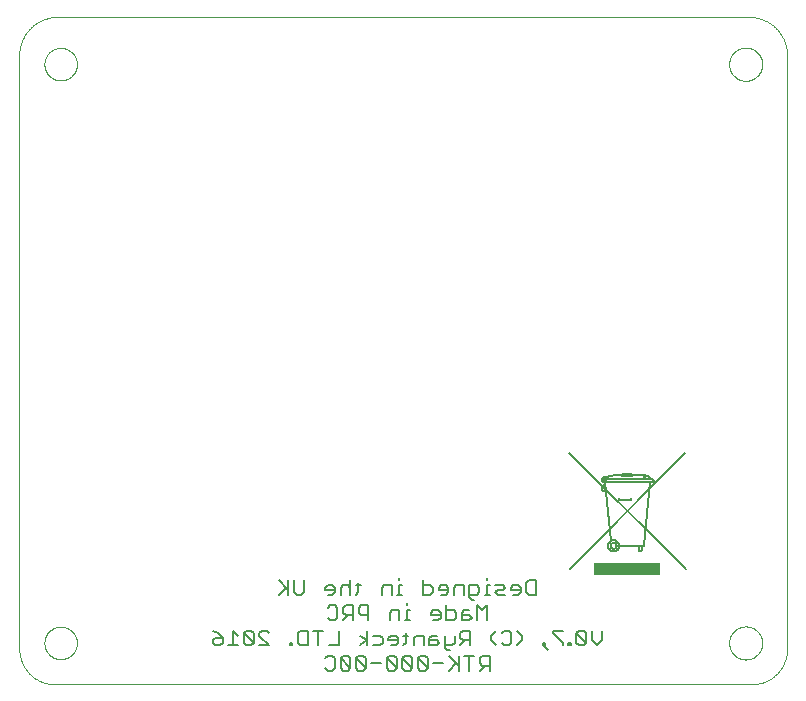
<source format=gbo>
G75*
%MOIN*%
%OFA0B0*%
%FSLAX25Y25*%
%IPPOS*%
%LPD*%
%AMOC8*
5,1,8,0,0,1.08239X$1,22.5*
%
%ADD10C,0.00000*%
%ADD11C,0.00700*%
%ADD12R,0.22441X0.03937*%
%ADD13C,0.00570*%
D10*
X0017548Y0028572D02*
X0249831Y0028572D01*
X0250116Y0028575D01*
X0250402Y0028586D01*
X0250687Y0028603D01*
X0250971Y0028627D01*
X0251255Y0028658D01*
X0251538Y0028696D01*
X0251819Y0028741D01*
X0252100Y0028792D01*
X0252380Y0028850D01*
X0252658Y0028915D01*
X0252934Y0028987D01*
X0253208Y0029065D01*
X0253481Y0029150D01*
X0253751Y0029242D01*
X0254019Y0029340D01*
X0254285Y0029444D01*
X0254548Y0029555D01*
X0254808Y0029672D01*
X0255066Y0029795D01*
X0255320Y0029925D01*
X0255571Y0030061D01*
X0255819Y0030202D01*
X0256063Y0030350D01*
X0256304Y0030503D01*
X0256540Y0030663D01*
X0256773Y0030828D01*
X0257002Y0030998D01*
X0257227Y0031174D01*
X0257447Y0031356D01*
X0257663Y0031542D01*
X0257874Y0031734D01*
X0258081Y0031931D01*
X0258283Y0032133D01*
X0258480Y0032340D01*
X0258672Y0032551D01*
X0258858Y0032767D01*
X0259040Y0032987D01*
X0259216Y0033212D01*
X0259386Y0033441D01*
X0259551Y0033674D01*
X0259711Y0033910D01*
X0259864Y0034151D01*
X0260012Y0034395D01*
X0260153Y0034643D01*
X0260289Y0034894D01*
X0260419Y0035148D01*
X0260542Y0035406D01*
X0260659Y0035666D01*
X0260770Y0035929D01*
X0260874Y0036195D01*
X0260972Y0036463D01*
X0261064Y0036733D01*
X0261149Y0037006D01*
X0261227Y0037280D01*
X0261299Y0037556D01*
X0261364Y0037834D01*
X0261422Y0038114D01*
X0261473Y0038395D01*
X0261518Y0038676D01*
X0261556Y0038959D01*
X0261587Y0039243D01*
X0261611Y0039527D01*
X0261628Y0039812D01*
X0261639Y0040098D01*
X0261642Y0040383D01*
X0261643Y0040383D02*
X0261643Y0237233D01*
X0261642Y0237233D02*
X0261662Y0237542D01*
X0261675Y0237852D01*
X0261680Y0238162D01*
X0261677Y0238472D01*
X0261668Y0238782D01*
X0261650Y0239092D01*
X0261625Y0239401D01*
X0261593Y0239709D01*
X0261553Y0240017D01*
X0261506Y0240323D01*
X0261451Y0240629D01*
X0261389Y0240933D01*
X0261320Y0241235D01*
X0261244Y0241535D01*
X0261160Y0241834D01*
X0261069Y0242130D01*
X0260971Y0242425D01*
X0260865Y0242716D01*
X0260753Y0243005D01*
X0260634Y0243292D01*
X0260508Y0243575D01*
X0260375Y0243855D01*
X0260235Y0244132D01*
X0260089Y0244406D01*
X0259936Y0244675D01*
X0259777Y0244942D01*
X0259611Y0245204D01*
X0259439Y0245462D01*
X0259261Y0245716D01*
X0259077Y0245965D01*
X0258887Y0246210D01*
X0258691Y0246450D01*
X0258489Y0246686D01*
X0258281Y0246916D01*
X0258069Y0247142D01*
X0257850Y0247362D01*
X0257627Y0247577D01*
X0257398Y0247786D01*
X0257164Y0247990D01*
X0256926Y0248188D01*
X0256682Y0248380D01*
X0256434Y0248567D01*
X0256182Y0248747D01*
X0255925Y0248921D01*
X0255665Y0249089D01*
X0255400Y0249251D01*
X0255131Y0249406D01*
X0254859Y0249554D01*
X0254584Y0249696D01*
X0254305Y0249832D01*
X0254022Y0249960D01*
X0253737Y0250082D01*
X0253449Y0250197D01*
X0253158Y0250304D01*
X0252865Y0250405D01*
X0252569Y0250498D01*
X0252271Y0250585D01*
X0251971Y0250664D01*
X0251670Y0250736D01*
X0251366Y0250800D01*
X0251062Y0250857D01*
X0250755Y0250907D01*
X0250448Y0250950D01*
X0250140Y0250985D01*
X0249831Y0251012D01*
X0249831Y0251013D02*
X0017548Y0251013D01*
X0017548Y0251012D02*
X0017239Y0250985D01*
X0016931Y0250950D01*
X0016624Y0250907D01*
X0016317Y0250857D01*
X0016013Y0250800D01*
X0015709Y0250736D01*
X0015408Y0250664D01*
X0015108Y0250585D01*
X0014810Y0250498D01*
X0014514Y0250405D01*
X0014221Y0250304D01*
X0013930Y0250197D01*
X0013642Y0250082D01*
X0013357Y0249960D01*
X0013074Y0249832D01*
X0012795Y0249696D01*
X0012520Y0249554D01*
X0012248Y0249406D01*
X0011979Y0249251D01*
X0011714Y0249089D01*
X0011454Y0248921D01*
X0011197Y0248747D01*
X0010945Y0248567D01*
X0010697Y0248380D01*
X0010453Y0248188D01*
X0010215Y0247990D01*
X0009981Y0247786D01*
X0009752Y0247577D01*
X0009529Y0247362D01*
X0009310Y0247142D01*
X0009098Y0246916D01*
X0008890Y0246686D01*
X0008688Y0246450D01*
X0008492Y0246210D01*
X0008302Y0245965D01*
X0008118Y0245716D01*
X0007940Y0245462D01*
X0007768Y0245204D01*
X0007602Y0244942D01*
X0007443Y0244675D01*
X0007290Y0244406D01*
X0007144Y0244132D01*
X0007004Y0243855D01*
X0006871Y0243575D01*
X0006745Y0243292D01*
X0006626Y0243005D01*
X0006514Y0242716D01*
X0006408Y0242425D01*
X0006310Y0242130D01*
X0006219Y0241834D01*
X0006135Y0241535D01*
X0006059Y0241235D01*
X0005990Y0240933D01*
X0005928Y0240629D01*
X0005873Y0240323D01*
X0005826Y0240017D01*
X0005786Y0239709D01*
X0005754Y0239401D01*
X0005729Y0239092D01*
X0005711Y0238782D01*
X0005702Y0238472D01*
X0005699Y0238162D01*
X0005704Y0237852D01*
X0005717Y0237542D01*
X0005737Y0237233D01*
X0005737Y0040383D01*
X0005740Y0040098D01*
X0005751Y0039812D01*
X0005768Y0039527D01*
X0005792Y0039243D01*
X0005823Y0038959D01*
X0005861Y0038676D01*
X0005906Y0038395D01*
X0005957Y0038114D01*
X0006015Y0037834D01*
X0006080Y0037556D01*
X0006152Y0037280D01*
X0006230Y0037006D01*
X0006315Y0036733D01*
X0006407Y0036463D01*
X0006505Y0036195D01*
X0006609Y0035929D01*
X0006720Y0035666D01*
X0006837Y0035406D01*
X0006960Y0035148D01*
X0007090Y0034894D01*
X0007226Y0034643D01*
X0007367Y0034395D01*
X0007515Y0034151D01*
X0007668Y0033910D01*
X0007828Y0033674D01*
X0007993Y0033441D01*
X0008163Y0033212D01*
X0008339Y0032987D01*
X0008521Y0032767D01*
X0008707Y0032551D01*
X0008899Y0032340D01*
X0009096Y0032133D01*
X0009298Y0031931D01*
X0009505Y0031734D01*
X0009716Y0031542D01*
X0009932Y0031356D01*
X0010152Y0031174D01*
X0010377Y0030998D01*
X0010606Y0030828D01*
X0010839Y0030663D01*
X0011075Y0030503D01*
X0011316Y0030350D01*
X0011560Y0030202D01*
X0011808Y0030061D01*
X0012059Y0029925D01*
X0012313Y0029795D01*
X0012571Y0029672D01*
X0012831Y0029555D01*
X0013094Y0029444D01*
X0013360Y0029340D01*
X0013628Y0029242D01*
X0013898Y0029150D01*
X0014171Y0029065D01*
X0014445Y0028987D01*
X0014721Y0028915D01*
X0014999Y0028850D01*
X0015279Y0028792D01*
X0015560Y0028741D01*
X0015841Y0028696D01*
X0016124Y0028658D01*
X0016408Y0028627D01*
X0016692Y0028603D01*
X0016977Y0028586D01*
X0017263Y0028575D01*
X0017548Y0028572D01*
X0014104Y0042351D02*
X0014106Y0042498D01*
X0014112Y0042644D01*
X0014122Y0042790D01*
X0014136Y0042936D01*
X0014154Y0043082D01*
X0014175Y0043227D01*
X0014201Y0043371D01*
X0014231Y0043515D01*
X0014264Y0043657D01*
X0014301Y0043799D01*
X0014342Y0043940D01*
X0014387Y0044079D01*
X0014436Y0044218D01*
X0014488Y0044355D01*
X0014545Y0044490D01*
X0014604Y0044624D01*
X0014668Y0044756D01*
X0014735Y0044886D01*
X0014805Y0045015D01*
X0014879Y0045142D01*
X0014956Y0045266D01*
X0015037Y0045389D01*
X0015121Y0045509D01*
X0015208Y0045627D01*
X0015298Y0045742D01*
X0015391Y0045855D01*
X0015488Y0045966D01*
X0015587Y0046074D01*
X0015689Y0046179D01*
X0015794Y0046281D01*
X0015902Y0046380D01*
X0016013Y0046477D01*
X0016126Y0046570D01*
X0016241Y0046660D01*
X0016359Y0046747D01*
X0016479Y0046831D01*
X0016602Y0046912D01*
X0016726Y0046989D01*
X0016853Y0047063D01*
X0016982Y0047133D01*
X0017112Y0047200D01*
X0017244Y0047264D01*
X0017378Y0047323D01*
X0017513Y0047380D01*
X0017650Y0047432D01*
X0017789Y0047481D01*
X0017928Y0047526D01*
X0018069Y0047567D01*
X0018211Y0047604D01*
X0018353Y0047637D01*
X0018497Y0047667D01*
X0018641Y0047693D01*
X0018786Y0047714D01*
X0018932Y0047732D01*
X0019078Y0047746D01*
X0019224Y0047756D01*
X0019370Y0047762D01*
X0019517Y0047764D01*
X0019664Y0047762D01*
X0019810Y0047756D01*
X0019956Y0047746D01*
X0020102Y0047732D01*
X0020248Y0047714D01*
X0020393Y0047693D01*
X0020537Y0047667D01*
X0020681Y0047637D01*
X0020823Y0047604D01*
X0020965Y0047567D01*
X0021106Y0047526D01*
X0021245Y0047481D01*
X0021384Y0047432D01*
X0021521Y0047380D01*
X0021656Y0047323D01*
X0021790Y0047264D01*
X0021922Y0047200D01*
X0022052Y0047133D01*
X0022181Y0047063D01*
X0022308Y0046989D01*
X0022432Y0046912D01*
X0022555Y0046831D01*
X0022675Y0046747D01*
X0022793Y0046660D01*
X0022908Y0046570D01*
X0023021Y0046477D01*
X0023132Y0046380D01*
X0023240Y0046281D01*
X0023345Y0046179D01*
X0023447Y0046074D01*
X0023546Y0045966D01*
X0023643Y0045855D01*
X0023736Y0045742D01*
X0023826Y0045627D01*
X0023913Y0045509D01*
X0023997Y0045389D01*
X0024078Y0045266D01*
X0024155Y0045142D01*
X0024229Y0045015D01*
X0024299Y0044886D01*
X0024366Y0044756D01*
X0024430Y0044624D01*
X0024489Y0044490D01*
X0024546Y0044355D01*
X0024598Y0044218D01*
X0024647Y0044079D01*
X0024692Y0043940D01*
X0024733Y0043799D01*
X0024770Y0043657D01*
X0024803Y0043515D01*
X0024833Y0043371D01*
X0024859Y0043227D01*
X0024880Y0043082D01*
X0024898Y0042936D01*
X0024912Y0042790D01*
X0024922Y0042644D01*
X0024928Y0042498D01*
X0024930Y0042351D01*
X0024928Y0042204D01*
X0024922Y0042058D01*
X0024912Y0041912D01*
X0024898Y0041766D01*
X0024880Y0041620D01*
X0024859Y0041475D01*
X0024833Y0041331D01*
X0024803Y0041187D01*
X0024770Y0041045D01*
X0024733Y0040903D01*
X0024692Y0040762D01*
X0024647Y0040623D01*
X0024598Y0040484D01*
X0024546Y0040347D01*
X0024489Y0040212D01*
X0024430Y0040078D01*
X0024366Y0039946D01*
X0024299Y0039816D01*
X0024229Y0039687D01*
X0024155Y0039560D01*
X0024078Y0039436D01*
X0023997Y0039313D01*
X0023913Y0039193D01*
X0023826Y0039075D01*
X0023736Y0038960D01*
X0023643Y0038847D01*
X0023546Y0038736D01*
X0023447Y0038628D01*
X0023345Y0038523D01*
X0023240Y0038421D01*
X0023132Y0038322D01*
X0023021Y0038225D01*
X0022908Y0038132D01*
X0022793Y0038042D01*
X0022675Y0037955D01*
X0022555Y0037871D01*
X0022432Y0037790D01*
X0022308Y0037713D01*
X0022181Y0037639D01*
X0022052Y0037569D01*
X0021922Y0037502D01*
X0021790Y0037438D01*
X0021656Y0037379D01*
X0021521Y0037322D01*
X0021384Y0037270D01*
X0021245Y0037221D01*
X0021106Y0037176D01*
X0020965Y0037135D01*
X0020823Y0037098D01*
X0020681Y0037065D01*
X0020537Y0037035D01*
X0020393Y0037009D01*
X0020248Y0036988D01*
X0020102Y0036970D01*
X0019956Y0036956D01*
X0019810Y0036946D01*
X0019664Y0036940D01*
X0019517Y0036938D01*
X0019370Y0036940D01*
X0019224Y0036946D01*
X0019078Y0036956D01*
X0018932Y0036970D01*
X0018786Y0036988D01*
X0018641Y0037009D01*
X0018497Y0037035D01*
X0018353Y0037065D01*
X0018211Y0037098D01*
X0018069Y0037135D01*
X0017928Y0037176D01*
X0017789Y0037221D01*
X0017650Y0037270D01*
X0017513Y0037322D01*
X0017378Y0037379D01*
X0017244Y0037438D01*
X0017112Y0037502D01*
X0016982Y0037569D01*
X0016853Y0037639D01*
X0016726Y0037713D01*
X0016602Y0037790D01*
X0016479Y0037871D01*
X0016359Y0037955D01*
X0016241Y0038042D01*
X0016126Y0038132D01*
X0016013Y0038225D01*
X0015902Y0038322D01*
X0015794Y0038421D01*
X0015689Y0038523D01*
X0015587Y0038628D01*
X0015488Y0038736D01*
X0015391Y0038847D01*
X0015298Y0038960D01*
X0015208Y0039075D01*
X0015121Y0039193D01*
X0015037Y0039313D01*
X0014956Y0039436D01*
X0014879Y0039560D01*
X0014805Y0039687D01*
X0014735Y0039816D01*
X0014668Y0039946D01*
X0014604Y0040078D01*
X0014545Y0040212D01*
X0014488Y0040347D01*
X0014436Y0040484D01*
X0014387Y0040623D01*
X0014342Y0040762D01*
X0014301Y0040903D01*
X0014264Y0041045D01*
X0014231Y0041187D01*
X0014201Y0041331D01*
X0014175Y0041475D01*
X0014154Y0041620D01*
X0014136Y0041766D01*
X0014122Y0041912D01*
X0014112Y0042058D01*
X0014106Y0042204D01*
X0014104Y0042351D01*
X0014104Y0235265D02*
X0014106Y0235412D01*
X0014112Y0235558D01*
X0014122Y0235704D01*
X0014136Y0235850D01*
X0014154Y0235996D01*
X0014175Y0236141D01*
X0014201Y0236285D01*
X0014231Y0236429D01*
X0014264Y0236571D01*
X0014301Y0236713D01*
X0014342Y0236854D01*
X0014387Y0236993D01*
X0014436Y0237132D01*
X0014488Y0237269D01*
X0014545Y0237404D01*
X0014604Y0237538D01*
X0014668Y0237670D01*
X0014735Y0237800D01*
X0014805Y0237929D01*
X0014879Y0238056D01*
X0014956Y0238180D01*
X0015037Y0238303D01*
X0015121Y0238423D01*
X0015208Y0238541D01*
X0015298Y0238656D01*
X0015391Y0238769D01*
X0015488Y0238880D01*
X0015587Y0238988D01*
X0015689Y0239093D01*
X0015794Y0239195D01*
X0015902Y0239294D01*
X0016013Y0239391D01*
X0016126Y0239484D01*
X0016241Y0239574D01*
X0016359Y0239661D01*
X0016479Y0239745D01*
X0016602Y0239826D01*
X0016726Y0239903D01*
X0016853Y0239977D01*
X0016982Y0240047D01*
X0017112Y0240114D01*
X0017244Y0240178D01*
X0017378Y0240237D01*
X0017513Y0240294D01*
X0017650Y0240346D01*
X0017789Y0240395D01*
X0017928Y0240440D01*
X0018069Y0240481D01*
X0018211Y0240518D01*
X0018353Y0240551D01*
X0018497Y0240581D01*
X0018641Y0240607D01*
X0018786Y0240628D01*
X0018932Y0240646D01*
X0019078Y0240660D01*
X0019224Y0240670D01*
X0019370Y0240676D01*
X0019517Y0240678D01*
X0019664Y0240676D01*
X0019810Y0240670D01*
X0019956Y0240660D01*
X0020102Y0240646D01*
X0020248Y0240628D01*
X0020393Y0240607D01*
X0020537Y0240581D01*
X0020681Y0240551D01*
X0020823Y0240518D01*
X0020965Y0240481D01*
X0021106Y0240440D01*
X0021245Y0240395D01*
X0021384Y0240346D01*
X0021521Y0240294D01*
X0021656Y0240237D01*
X0021790Y0240178D01*
X0021922Y0240114D01*
X0022052Y0240047D01*
X0022181Y0239977D01*
X0022308Y0239903D01*
X0022432Y0239826D01*
X0022555Y0239745D01*
X0022675Y0239661D01*
X0022793Y0239574D01*
X0022908Y0239484D01*
X0023021Y0239391D01*
X0023132Y0239294D01*
X0023240Y0239195D01*
X0023345Y0239093D01*
X0023447Y0238988D01*
X0023546Y0238880D01*
X0023643Y0238769D01*
X0023736Y0238656D01*
X0023826Y0238541D01*
X0023913Y0238423D01*
X0023997Y0238303D01*
X0024078Y0238180D01*
X0024155Y0238056D01*
X0024229Y0237929D01*
X0024299Y0237800D01*
X0024366Y0237670D01*
X0024430Y0237538D01*
X0024489Y0237404D01*
X0024546Y0237269D01*
X0024598Y0237132D01*
X0024647Y0236993D01*
X0024692Y0236854D01*
X0024733Y0236713D01*
X0024770Y0236571D01*
X0024803Y0236429D01*
X0024833Y0236285D01*
X0024859Y0236141D01*
X0024880Y0235996D01*
X0024898Y0235850D01*
X0024912Y0235704D01*
X0024922Y0235558D01*
X0024928Y0235412D01*
X0024930Y0235265D01*
X0024928Y0235118D01*
X0024922Y0234972D01*
X0024912Y0234826D01*
X0024898Y0234680D01*
X0024880Y0234534D01*
X0024859Y0234389D01*
X0024833Y0234245D01*
X0024803Y0234101D01*
X0024770Y0233959D01*
X0024733Y0233817D01*
X0024692Y0233676D01*
X0024647Y0233537D01*
X0024598Y0233398D01*
X0024546Y0233261D01*
X0024489Y0233126D01*
X0024430Y0232992D01*
X0024366Y0232860D01*
X0024299Y0232730D01*
X0024229Y0232601D01*
X0024155Y0232474D01*
X0024078Y0232350D01*
X0023997Y0232227D01*
X0023913Y0232107D01*
X0023826Y0231989D01*
X0023736Y0231874D01*
X0023643Y0231761D01*
X0023546Y0231650D01*
X0023447Y0231542D01*
X0023345Y0231437D01*
X0023240Y0231335D01*
X0023132Y0231236D01*
X0023021Y0231139D01*
X0022908Y0231046D01*
X0022793Y0230956D01*
X0022675Y0230869D01*
X0022555Y0230785D01*
X0022432Y0230704D01*
X0022308Y0230627D01*
X0022181Y0230553D01*
X0022052Y0230483D01*
X0021922Y0230416D01*
X0021790Y0230352D01*
X0021656Y0230293D01*
X0021521Y0230236D01*
X0021384Y0230184D01*
X0021245Y0230135D01*
X0021106Y0230090D01*
X0020965Y0230049D01*
X0020823Y0230012D01*
X0020681Y0229979D01*
X0020537Y0229949D01*
X0020393Y0229923D01*
X0020248Y0229902D01*
X0020102Y0229884D01*
X0019956Y0229870D01*
X0019810Y0229860D01*
X0019664Y0229854D01*
X0019517Y0229852D01*
X0019370Y0229854D01*
X0019224Y0229860D01*
X0019078Y0229870D01*
X0018932Y0229884D01*
X0018786Y0229902D01*
X0018641Y0229923D01*
X0018497Y0229949D01*
X0018353Y0229979D01*
X0018211Y0230012D01*
X0018069Y0230049D01*
X0017928Y0230090D01*
X0017789Y0230135D01*
X0017650Y0230184D01*
X0017513Y0230236D01*
X0017378Y0230293D01*
X0017244Y0230352D01*
X0017112Y0230416D01*
X0016982Y0230483D01*
X0016853Y0230553D01*
X0016726Y0230627D01*
X0016602Y0230704D01*
X0016479Y0230785D01*
X0016359Y0230869D01*
X0016241Y0230956D01*
X0016126Y0231046D01*
X0016013Y0231139D01*
X0015902Y0231236D01*
X0015794Y0231335D01*
X0015689Y0231437D01*
X0015587Y0231542D01*
X0015488Y0231650D01*
X0015391Y0231761D01*
X0015298Y0231874D01*
X0015208Y0231989D01*
X0015121Y0232107D01*
X0015037Y0232227D01*
X0014956Y0232350D01*
X0014879Y0232474D01*
X0014805Y0232601D01*
X0014735Y0232730D01*
X0014668Y0232860D01*
X0014604Y0232992D01*
X0014545Y0233126D01*
X0014488Y0233261D01*
X0014436Y0233398D01*
X0014387Y0233537D01*
X0014342Y0233676D01*
X0014301Y0233817D01*
X0014264Y0233959D01*
X0014231Y0234101D01*
X0014201Y0234245D01*
X0014175Y0234389D01*
X0014154Y0234534D01*
X0014136Y0234680D01*
X0014122Y0234826D01*
X0014112Y0234972D01*
X0014106Y0235118D01*
X0014104Y0235265D01*
X0242351Y0235265D02*
X0242353Y0235413D01*
X0242359Y0235561D01*
X0242369Y0235709D01*
X0242383Y0235856D01*
X0242401Y0236003D01*
X0242422Y0236149D01*
X0242448Y0236295D01*
X0242478Y0236440D01*
X0242511Y0236584D01*
X0242549Y0236727D01*
X0242590Y0236869D01*
X0242635Y0237010D01*
X0242683Y0237150D01*
X0242736Y0237289D01*
X0242792Y0237426D01*
X0242852Y0237561D01*
X0242915Y0237695D01*
X0242982Y0237827D01*
X0243053Y0237957D01*
X0243127Y0238085D01*
X0243204Y0238211D01*
X0243285Y0238335D01*
X0243369Y0238457D01*
X0243456Y0238576D01*
X0243547Y0238693D01*
X0243641Y0238808D01*
X0243737Y0238920D01*
X0243837Y0239030D01*
X0243939Y0239136D01*
X0244045Y0239240D01*
X0244153Y0239341D01*
X0244264Y0239439D01*
X0244377Y0239535D01*
X0244493Y0239627D01*
X0244611Y0239716D01*
X0244732Y0239801D01*
X0244855Y0239884D01*
X0244980Y0239963D01*
X0245107Y0240039D01*
X0245236Y0240111D01*
X0245367Y0240180D01*
X0245500Y0240245D01*
X0245635Y0240306D01*
X0245771Y0240364D01*
X0245908Y0240419D01*
X0246047Y0240469D01*
X0246188Y0240516D01*
X0246329Y0240559D01*
X0246472Y0240599D01*
X0246616Y0240634D01*
X0246760Y0240666D01*
X0246906Y0240693D01*
X0247052Y0240717D01*
X0247199Y0240737D01*
X0247346Y0240753D01*
X0247493Y0240765D01*
X0247641Y0240773D01*
X0247789Y0240777D01*
X0247937Y0240777D01*
X0248085Y0240773D01*
X0248233Y0240765D01*
X0248380Y0240753D01*
X0248527Y0240737D01*
X0248674Y0240717D01*
X0248820Y0240693D01*
X0248966Y0240666D01*
X0249110Y0240634D01*
X0249254Y0240599D01*
X0249397Y0240559D01*
X0249538Y0240516D01*
X0249679Y0240469D01*
X0249818Y0240419D01*
X0249955Y0240364D01*
X0250091Y0240306D01*
X0250226Y0240245D01*
X0250359Y0240180D01*
X0250490Y0240111D01*
X0250619Y0240039D01*
X0250746Y0239963D01*
X0250871Y0239884D01*
X0250994Y0239801D01*
X0251115Y0239716D01*
X0251233Y0239627D01*
X0251349Y0239535D01*
X0251462Y0239439D01*
X0251573Y0239341D01*
X0251681Y0239240D01*
X0251787Y0239136D01*
X0251889Y0239030D01*
X0251989Y0238920D01*
X0252085Y0238808D01*
X0252179Y0238693D01*
X0252270Y0238576D01*
X0252357Y0238457D01*
X0252441Y0238335D01*
X0252522Y0238211D01*
X0252599Y0238085D01*
X0252673Y0237957D01*
X0252744Y0237827D01*
X0252811Y0237695D01*
X0252874Y0237561D01*
X0252934Y0237426D01*
X0252990Y0237289D01*
X0253043Y0237150D01*
X0253091Y0237010D01*
X0253136Y0236869D01*
X0253177Y0236727D01*
X0253215Y0236584D01*
X0253248Y0236440D01*
X0253278Y0236295D01*
X0253304Y0236149D01*
X0253325Y0236003D01*
X0253343Y0235856D01*
X0253357Y0235709D01*
X0253367Y0235561D01*
X0253373Y0235413D01*
X0253375Y0235265D01*
X0253373Y0235117D01*
X0253367Y0234969D01*
X0253357Y0234821D01*
X0253343Y0234674D01*
X0253325Y0234527D01*
X0253304Y0234381D01*
X0253278Y0234235D01*
X0253248Y0234090D01*
X0253215Y0233946D01*
X0253177Y0233803D01*
X0253136Y0233661D01*
X0253091Y0233520D01*
X0253043Y0233380D01*
X0252990Y0233241D01*
X0252934Y0233104D01*
X0252874Y0232969D01*
X0252811Y0232835D01*
X0252744Y0232703D01*
X0252673Y0232573D01*
X0252599Y0232445D01*
X0252522Y0232319D01*
X0252441Y0232195D01*
X0252357Y0232073D01*
X0252270Y0231954D01*
X0252179Y0231837D01*
X0252085Y0231722D01*
X0251989Y0231610D01*
X0251889Y0231500D01*
X0251787Y0231394D01*
X0251681Y0231290D01*
X0251573Y0231189D01*
X0251462Y0231091D01*
X0251349Y0230995D01*
X0251233Y0230903D01*
X0251115Y0230814D01*
X0250994Y0230729D01*
X0250871Y0230646D01*
X0250746Y0230567D01*
X0250619Y0230491D01*
X0250490Y0230419D01*
X0250359Y0230350D01*
X0250226Y0230285D01*
X0250091Y0230224D01*
X0249955Y0230166D01*
X0249818Y0230111D01*
X0249679Y0230061D01*
X0249538Y0230014D01*
X0249397Y0229971D01*
X0249254Y0229931D01*
X0249110Y0229896D01*
X0248966Y0229864D01*
X0248820Y0229837D01*
X0248674Y0229813D01*
X0248527Y0229793D01*
X0248380Y0229777D01*
X0248233Y0229765D01*
X0248085Y0229757D01*
X0247937Y0229753D01*
X0247789Y0229753D01*
X0247641Y0229757D01*
X0247493Y0229765D01*
X0247346Y0229777D01*
X0247199Y0229793D01*
X0247052Y0229813D01*
X0246906Y0229837D01*
X0246760Y0229864D01*
X0246616Y0229896D01*
X0246472Y0229931D01*
X0246329Y0229971D01*
X0246188Y0230014D01*
X0246047Y0230061D01*
X0245908Y0230111D01*
X0245771Y0230166D01*
X0245635Y0230224D01*
X0245500Y0230285D01*
X0245367Y0230350D01*
X0245236Y0230419D01*
X0245107Y0230491D01*
X0244980Y0230567D01*
X0244855Y0230646D01*
X0244732Y0230729D01*
X0244611Y0230814D01*
X0244493Y0230903D01*
X0244377Y0230995D01*
X0244264Y0231091D01*
X0244153Y0231189D01*
X0244045Y0231290D01*
X0243939Y0231394D01*
X0243837Y0231500D01*
X0243737Y0231610D01*
X0243641Y0231722D01*
X0243547Y0231837D01*
X0243456Y0231954D01*
X0243369Y0232073D01*
X0243285Y0232195D01*
X0243204Y0232319D01*
X0243127Y0232445D01*
X0243053Y0232573D01*
X0242982Y0232703D01*
X0242915Y0232835D01*
X0242852Y0232969D01*
X0242792Y0233104D01*
X0242736Y0233241D01*
X0242683Y0233380D01*
X0242635Y0233520D01*
X0242590Y0233661D01*
X0242549Y0233803D01*
X0242511Y0233946D01*
X0242478Y0234090D01*
X0242448Y0234235D01*
X0242422Y0234381D01*
X0242401Y0234527D01*
X0242383Y0234674D01*
X0242369Y0234821D01*
X0242359Y0234969D01*
X0242353Y0235117D01*
X0242351Y0235265D01*
X0242351Y0042351D02*
X0242353Y0042499D01*
X0242359Y0042647D01*
X0242369Y0042795D01*
X0242383Y0042942D01*
X0242401Y0043089D01*
X0242422Y0043235D01*
X0242448Y0043381D01*
X0242478Y0043526D01*
X0242511Y0043670D01*
X0242549Y0043813D01*
X0242590Y0043955D01*
X0242635Y0044096D01*
X0242683Y0044236D01*
X0242736Y0044375D01*
X0242792Y0044512D01*
X0242852Y0044647D01*
X0242915Y0044781D01*
X0242982Y0044913D01*
X0243053Y0045043D01*
X0243127Y0045171D01*
X0243204Y0045297D01*
X0243285Y0045421D01*
X0243369Y0045543D01*
X0243456Y0045662D01*
X0243547Y0045779D01*
X0243641Y0045894D01*
X0243737Y0046006D01*
X0243837Y0046116D01*
X0243939Y0046222D01*
X0244045Y0046326D01*
X0244153Y0046427D01*
X0244264Y0046525D01*
X0244377Y0046621D01*
X0244493Y0046713D01*
X0244611Y0046802D01*
X0244732Y0046887D01*
X0244855Y0046970D01*
X0244980Y0047049D01*
X0245107Y0047125D01*
X0245236Y0047197D01*
X0245367Y0047266D01*
X0245500Y0047331D01*
X0245635Y0047392D01*
X0245771Y0047450D01*
X0245908Y0047505D01*
X0246047Y0047555D01*
X0246188Y0047602D01*
X0246329Y0047645D01*
X0246472Y0047685D01*
X0246616Y0047720D01*
X0246760Y0047752D01*
X0246906Y0047779D01*
X0247052Y0047803D01*
X0247199Y0047823D01*
X0247346Y0047839D01*
X0247493Y0047851D01*
X0247641Y0047859D01*
X0247789Y0047863D01*
X0247937Y0047863D01*
X0248085Y0047859D01*
X0248233Y0047851D01*
X0248380Y0047839D01*
X0248527Y0047823D01*
X0248674Y0047803D01*
X0248820Y0047779D01*
X0248966Y0047752D01*
X0249110Y0047720D01*
X0249254Y0047685D01*
X0249397Y0047645D01*
X0249538Y0047602D01*
X0249679Y0047555D01*
X0249818Y0047505D01*
X0249955Y0047450D01*
X0250091Y0047392D01*
X0250226Y0047331D01*
X0250359Y0047266D01*
X0250490Y0047197D01*
X0250619Y0047125D01*
X0250746Y0047049D01*
X0250871Y0046970D01*
X0250994Y0046887D01*
X0251115Y0046802D01*
X0251233Y0046713D01*
X0251349Y0046621D01*
X0251462Y0046525D01*
X0251573Y0046427D01*
X0251681Y0046326D01*
X0251787Y0046222D01*
X0251889Y0046116D01*
X0251989Y0046006D01*
X0252085Y0045894D01*
X0252179Y0045779D01*
X0252270Y0045662D01*
X0252357Y0045543D01*
X0252441Y0045421D01*
X0252522Y0045297D01*
X0252599Y0045171D01*
X0252673Y0045043D01*
X0252744Y0044913D01*
X0252811Y0044781D01*
X0252874Y0044647D01*
X0252934Y0044512D01*
X0252990Y0044375D01*
X0253043Y0044236D01*
X0253091Y0044096D01*
X0253136Y0043955D01*
X0253177Y0043813D01*
X0253215Y0043670D01*
X0253248Y0043526D01*
X0253278Y0043381D01*
X0253304Y0043235D01*
X0253325Y0043089D01*
X0253343Y0042942D01*
X0253357Y0042795D01*
X0253367Y0042647D01*
X0253373Y0042499D01*
X0253375Y0042351D01*
X0253373Y0042203D01*
X0253367Y0042055D01*
X0253357Y0041907D01*
X0253343Y0041760D01*
X0253325Y0041613D01*
X0253304Y0041467D01*
X0253278Y0041321D01*
X0253248Y0041176D01*
X0253215Y0041032D01*
X0253177Y0040889D01*
X0253136Y0040747D01*
X0253091Y0040606D01*
X0253043Y0040466D01*
X0252990Y0040327D01*
X0252934Y0040190D01*
X0252874Y0040055D01*
X0252811Y0039921D01*
X0252744Y0039789D01*
X0252673Y0039659D01*
X0252599Y0039531D01*
X0252522Y0039405D01*
X0252441Y0039281D01*
X0252357Y0039159D01*
X0252270Y0039040D01*
X0252179Y0038923D01*
X0252085Y0038808D01*
X0251989Y0038696D01*
X0251889Y0038586D01*
X0251787Y0038480D01*
X0251681Y0038376D01*
X0251573Y0038275D01*
X0251462Y0038177D01*
X0251349Y0038081D01*
X0251233Y0037989D01*
X0251115Y0037900D01*
X0250994Y0037815D01*
X0250871Y0037732D01*
X0250746Y0037653D01*
X0250619Y0037577D01*
X0250490Y0037505D01*
X0250359Y0037436D01*
X0250226Y0037371D01*
X0250091Y0037310D01*
X0249955Y0037252D01*
X0249818Y0037197D01*
X0249679Y0037147D01*
X0249538Y0037100D01*
X0249397Y0037057D01*
X0249254Y0037017D01*
X0249110Y0036982D01*
X0248966Y0036950D01*
X0248820Y0036923D01*
X0248674Y0036899D01*
X0248527Y0036879D01*
X0248380Y0036863D01*
X0248233Y0036851D01*
X0248085Y0036843D01*
X0247937Y0036839D01*
X0247789Y0036839D01*
X0247641Y0036843D01*
X0247493Y0036851D01*
X0247346Y0036863D01*
X0247199Y0036879D01*
X0247052Y0036899D01*
X0246906Y0036923D01*
X0246760Y0036950D01*
X0246616Y0036982D01*
X0246472Y0037017D01*
X0246329Y0037057D01*
X0246188Y0037100D01*
X0246047Y0037147D01*
X0245908Y0037197D01*
X0245771Y0037252D01*
X0245635Y0037310D01*
X0245500Y0037371D01*
X0245367Y0037436D01*
X0245236Y0037505D01*
X0245107Y0037577D01*
X0244980Y0037653D01*
X0244855Y0037732D01*
X0244732Y0037815D01*
X0244611Y0037900D01*
X0244493Y0037989D01*
X0244377Y0038081D01*
X0244264Y0038177D01*
X0244153Y0038275D01*
X0244045Y0038376D01*
X0243939Y0038480D01*
X0243837Y0038586D01*
X0243737Y0038696D01*
X0243641Y0038808D01*
X0243547Y0038923D01*
X0243456Y0039040D01*
X0243369Y0039159D01*
X0243285Y0039281D01*
X0243204Y0039405D01*
X0243127Y0039531D01*
X0243053Y0039659D01*
X0242982Y0039789D01*
X0242915Y0039921D01*
X0242852Y0040055D01*
X0242792Y0040190D01*
X0242736Y0040327D01*
X0242683Y0040466D01*
X0242635Y0040606D01*
X0242590Y0040747D01*
X0242549Y0040889D01*
X0242511Y0041032D01*
X0242478Y0041176D01*
X0242448Y0041321D01*
X0242422Y0041467D01*
X0242401Y0041613D01*
X0242383Y0041760D01*
X0242369Y0041907D01*
X0242359Y0042055D01*
X0242353Y0042203D01*
X0242351Y0042351D01*
D11*
X0199871Y0043196D02*
X0198237Y0041561D01*
X0196602Y0043196D01*
X0196602Y0046465D01*
X0194715Y0045648D02*
X0194715Y0042378D01*
X0191445Y0045648D01*
X0191445Y0042378D01*
X0192263Y0041561D01*
X0193898Y0041561D01*
X0194715Y0042378D01*
X0194715Y0045648D02*
X0193898Y0046465D01*
X0192263Y0046465D01*
X0191445Y0045648D01*
X0189559Y0042378D02*
X0188741Y0042378D01*
X0188741Y0041561D01*
X0189559Y0041561D01*
X0189559Y0042378D01*
X0186980Y0042378D02*
X0186980Y0041561D01*
X0186980Y0042378D02*
X0183711Y0045648D01*
X0183711Y0046465D01*
X0186980Y0046465D01*
X0181007Y0042378D02*
X0181007Y0041561D01*
X0180189Y0041561D01*
X0180189Y0042378D01*
X0181007Y0042378D01*
X0180189Y0041561D02*
X0181824Y0039926D01*
X0173230Y0043196D02*
X0173230Y0044830D01*
X0171595Y0046465D01*
X0169792Y0045648D02*
X0169792Y0042378D01*
X0168975Y0041561D01*
X0167340Y0041561D01*
X0166523Y0042378D01*
X0164636Y0041561D02*
X0163001Y0043196D01*
X0163001Y0044830D01*
X0164636Y0046465D01*
X0166523Y0045648D02*
X0167340Y0046465D01*
X0168975Y0046465D01*
X0169792Y0045648D01*
X0173230Y0043196D02*
X0171595Y0041561D01*
X0162487Y0038065D02*
X0162487Y0033161D01*
X0162487Y0034796D02*
X0160035Y0034796D01*
X0159218Y0035613D01*
X0159218Y0037248D01*
X0160035Y0038065D01*
X0162487Y0038065D01*
X0160853Y0034796D02*
X0159218Y0033161D01*
X0155696Y0033161D02*
X0155696Y0038065D01*
X0154062Y0038065D02*
X0157331Y0038065D01*
X0156042Y0041561D02*
X0156042Y0046465D01*
X0153590Y0046465D01*
X0152773Y0045648D01*
X0152773Y0044013D01*
X0153590Y0043196D01*
X0156042Y0043196D01*
X0154407Y0043196D02*
X0152773Y0041561D01*
X0150886Y0042378D02*
X0150068Y0041561D01*
X0147616Y0041561D01*
X0147616Y0040744D02*
X0148433Y0039926D01*
X0149251Y0039926D01*
X0147616Y0040744D02*
X0147616Y0044830D01*
X0144912Y0044830D02*
X0143277Y0044830D01*
X0142460Y0044013D01*
X0142460Y0041561D01*
X0144912Y0041561D01*
X0145729Y0042378D01*
X0144912Y0043196D01*
X0142460Y0043196D01*
X0140573Y0041561D02*
X0140573Y0044830D01*
X0138121Y0044830D01*
X0137303Y0044013D01*
X0137303Y0041561D01*
X0134599Y0042378D02*
X0133782Y0041561D01*
X0134599Y0042378D02*
X0134599Y0045648D01*
X0135416Y0044830D02*
X0133782Y0044830D01*
X0131979Y0044013D02*
X0131161Y0044830D01*
X0129527Y0044830D01*
X0128709Y0044013D01*
X0128709Y0043196D01*
X0131979Y0043196D01*
X0131979Y0044013D02*
X0131979Y0042378D01*
X0131161Y0041561D01*
X0129527Y0041561D01*
X0126822Y0042378D02*
X0126005Y0041561D01*
X0123553Y0041561D01*
X0121666Y0041561D02*
X0121666Y0046465D01*
X0123553Y0044830D02*
X0126005Y0044830D01*
X0126822Y0044013D01*
X0126822Y0042378D01*
X0129097Y0038065D02*
X0128280Y0037248D01*
X0131549Y0033978D01*
X0130732Y0033161D01*
X0129097Y0033161D01*
X0128280Y0033978D01*
X0128280Y0037248D01*
X0129097Y0038065D02*
X0130732Y0038065D01*
X0131549Y0037248D01*
X0131549Y0033978D01*
X0133436Y0033978D02*
X0134253Y0033161D01*
X0135888Y0033161D01*
X0136705Y0033978D01*
X0133436Y0037248D01*
X0133436Y0033978D01*
X0136705Y0033978D02*
X0136705Y0037248D01*
X0135888Y0038065D01*
X0134253Y0038065D01*
X0133436Y0037248D01*
X0138592Y0037248D02*
X0138592Y0033978D01*
X0139410Y0033161D01*
X0141044Y0033161D01*
X0141862Y0033978D01*
X0138592Y0037248D01*
X0139410Y0038065D01*
X0141044Y0038065D01*
X0141862Y0037248D01*
X0141862Y0033978D01*
X0143749Y0035613D02*
X0147018Y0035613D01*
X0148905Y0033161D02*
X0151357Y0035613D01*
X0152175Y0034796D02*
X0148905Y0038065D01*
X0152175Y0038065D02*
X0152175Y0033161D01*
X0150886Y0042378D02*
X0150886Y0044830D01*
X0150498Y0049961D02*
X0148046Y0049961D01*
X0148046Y0054865D01*
X0148046Y0053230D02*
X0150498Y0053230D01*
X0151315Y0052413D01*
X0151315Y0050778D01*
X0150498Y0049961D01*
X0153202Y0049961D02*
X0153202Y0052413D01*
X0154020Y0053230D01*
X0155654Y0053230D01*
X0155654Y0051596D02*
X0153202Y0051596D01*
X0153202Y0049961D02*
X0155654Y0049961D01*
X0156472Y0050778D01*
X0155654Y0051596D01*
X0158359Y0049961D02*
X0158359Y0054865D01*
X0159993Y0053230D01*
X0161628Y0054865D01*
X0161628Y0049961D01*
X0157415Y0056726D02*
X0156598Y0056726D01*
X0155780Y0057544D01*
X0155780Y0061630D01*
X0158232Y0061630D01*
X0159050Y0060813D01*
X0159050Y0059178D01*
X0158232Y0058361D01*
X0155780Y0058361D01*
X0153893Y0058361D02*
X0153893Y0061630D01*
X0151441Y0061630D01*
X0150624Y0060813D01*
X0150624Y0058361D01*
X0148737Y0059178D02*
X0148737Y0060813D01*
X0147920Y0061630D01*
X0146285Y0061630D01*
X0145468Y0060813D01*
X0145468Y0059996D01*
X0148737Y0059996D01*
X0148737Y0059178D02*
X0147920Y0058361D01*
X0146285Y0058361D01*
X0143581Y0059178D02*
X0143581Y0060813D01*
X0142763Y0061630D01*
X0140311Y0061630D01*
X0140311Y0063265D02*
X0140311Y0058361D01*
X0142763Y0058361D01*
X0143581Y0059178D01*
X0143707Y0053230D02*
X0142889Y0052413D01*
X0142889Y0051596D01*
X0146159Y0051596D01*
X0146159Y0052413D02*
X0145341Y0053230D01*
X0143707Y0053230D01*
X0146159Y0052413D02*
X0146159Y0050778D01*
X0145341Y0049961D01*
X0143707Y0049961D01*
X0135846Y0049961D02*
X0134211Y0049961D01*
X0135029Y0049961D02*
X0135029Y0053230D01*
X0135846Y0053230D01*
X0135029Y0054865D02*
X0135029Y0055683D01*
X0133268Y0058361D02*
X0131633Y0058361D01*
X0132450Y0058361D02*
X0132450Y0061630D01*
X0133268Y0061630D01*
X0132450Y0063265D02*
X0132450Y0064083D01*
X0129830Y0061630D02*
X0127378Y0061630D01*
X0126561Y0060813D01*
X0126561Y0058361D01*
X0129830Y0058361D02*
X0129830Y0061630D01*
X0129956Y0053230D02*
X0129139Y0052413D01*
X0129139Y0049961D01*
X0132408Y0049961D02*
X0132408Y0053230D01*
X0129956Y0053230D01*
X0122096Y0051596D02*
X0119644Y0051596D01*
X0118826Y0052413D01*
X0118826Y0054048D01*
X0119644Y0054865D01*
X0122096Y0054865D01*
X0122096Y0049961D01*
X0119214Y0044830D02*
X0121666Y0043196D01*
X0119214Y0041561D01*
X0118784Y0038065D02*
X0117967Y0037248D01*
X0121236Y0033978D01*
X0120419Y0033161D01*
X0118784Y0033161D01*
X0117967Y0033978D01*
X0117967Y0037248D01*
X0118784Y0038065D02*
X0120419Y0038065D01*
X0121236Y0037248D01*
X0121236Y0033978D01*
X0123123Y0035613D02*
X0126393Y0035613D01*
X0116080Y0033978D02*
X0112810Y0037248D01*
X0112810Y0033978D01*
X0113628Y0033161D01*
X0115262Y0033161D01*
X0116080Y0033978D01*
X0116080Y0037248D01*
X0115262Y0038065D01*
X0113628Y0038065D01*
X0112810Y0037248D01*
X0110923Y0037248D02*
X0110923Y0033978D01*
X0110106Y0033161D01*
X0108471Y0033161D01*
X0107654Y0033978D01*
X0107654Y0037248D02*
X0108471Y0038065D01*
X0110106Y0038065D01*
X0110923Y0037248D01*
X0112213Y0041561D02*
X0108943Y0041561D01*
X0112213Y0041561D02*
X0112213Y0046465D01*
X0110965Y0049961D02*
X0109331Y0049961D01*
X0108513Y0050778D01*
X0110965Y0049961D02*
X0111783Y0050778D01*
X0111783Y0054048D01*
X0110965Y0054865D01*
X0109331Y0054865D01*
X0108513Y0054048D01*
X0108471Y0058361D02*
X0110106Y0058361D01*
X0110923Y0059178D01*
X0110923Y0060813D01*
X0110106Y0061630D01*
X0108471Y0061630D01*
X0107654Y0060813D01*
X0107654Y0059996D01*
X0110923Y0059996D01*
X0112810Y0060813D02*
X0112810Y0058361D01*
X0112810Y0060813D02*
X0113628Y0061630D01*
X0115262Y0061630D01*
X0116080Y0060813D01*
X0117883Y0061630D02*
X0119517Y0061630D01*
X0118700Y0062448D02*
X0118700Y0059178D01*
X0117883Y0058361D01*
X0116080Y0058361D02*
X0116080Y0063265D01*
X0116939Y0054865D02*
X0114487Y0054865D01*
X0113670Y0054048D01*
X0113670Y0052413D01*
X0114487Y0051596D01*
X0116939Y0051596D01*
X0115305Y0051596D02*
X0113670Y0049961D01*
X0116939Y0049961D02*
X0116939Y0054865D01*
X0107056Y0046465D02*
X0103787Y0046465D01*
X0105421Y0046465D02*
X0105421Y0041561D01*
X0101900Y0041561D02*
X0101900Y0046465D01*
X0099448Y0046465D01*
X0098630Y0045648D01*
X0098630Y0042378D01*
X0099448Y0041561D01*
X0101900Y0041561D01*
X0096743Y0041561D02*
X0095926Y0041561D01*
X0095926Y0042378D01*
X0096743Y0042378D01*
X0096743Y0041561D01*
X0089009Y0041561D02*
X0085739Y0044830D01*
X0085739Y0045648D01*
X0086557Y0046465D01*
X0088191Y0046465D01*
X0089009Y0045648D01*
X0089009Y0041561D02*
X0085739Y0041561D01*
X0083852Y0042378D02*
X0080583Y0045648D01*
X0080583Y0042378D01*
X0081400Y0041561D01*
X0083035Y0041561D01*
X0083852Y0042378D01*
X0083852Y0045648D01*
X0083035Y0046465D01*
X0081400Y0046465D01*
X0080583Y0045648D01*
X0078696Y0044830D02*
X0077061Y0046465D01*
X0077061Y0041561D01*
X0075427Y0041561D02*
X0078696Y0041561D01*
X0073540Y0042378D02*
X0072722Y0041561D01*
X0071088Y0041561D01*
X0070270Y0042378D01*
X0070270Y0043196D01*
X0071088Y0044013D01*
X0073540Y0044013D01*
X0073540Y0042378D01*
X0073540Y0044013D02*
X0071905Y0045648D01*
X0070270Y0046465D01*
X0092185Y0058361D02*
X0094637Y0060813D01*
X0095454Y0059996D02*
X0092185Y0063265D01*
X0095454Y0063265D02*
X0095454Y0058361D01*
X0097341Y0059178D02*
X0097341Y0063265D01*
X0100611Y0063265D02*
X0100611Y0059178D01*
X0099793Y0058361D01*
X0098159Y0058361D01*
X0097341Y0059178D01*
X0160853Y0058361D02*
X0162487Y0058361D01*
X0161670Y0058361D02*
X0161670Y0061630D01*
X0162487Y0061630D01*
X0161670Y0063265D02*
X0161670Y0064083D01*
X0164374Y0061630D02*
X0166826Y0061630D01*
X0167644Y0060813D01*
X0166826Y0059996D01*
X0165192Y0059996D01*
X0164374Y0059178D01*
X0165192Y0058361D01*
X0167644Y0058361D01*
X0169531Y0059996D02*
X0169531Y0060813D01*
X0170348Y0061630D01*
X0171983Y0061630D01*
X0172800Y0060813D01*
X0172800Y0059178D01*
X0171983Y0058361D01*
X0170348Y0058361D01*
X0169531Y0059996D02*
X0172800Y0059996D01*
X0174687Y0059178D02*
X0174687Y0062448D01*
X0175505Y0063265D01*
X0177957Y0063265D01*
X0177957Y0058361D01*
X0175505Y0058361D01*
X0174687Y0059178D01*
X0199871Y0046465D02*
X0199871Y0043196D01*
D12*
X0208296Y0067154D03*
D13*
X0210382Y0098450D02*
X0211096Y0098441D01*
X0211810Y0098416D01*
X0212523Y0098373D01*
X0213235Y0098313D01*
X0213945Y0098236D01*
X0214088Y0098379D02*
X0214092Y0098404D01*
X0214100Y0098428D01*
X0214111Y0098450D01*
X0214125Y0098471D01*
X0214141Y0098490D01*
X0214161Y0098506D01*
X0214182Y0098519D01*
X0214205Y0098529D01*
X0214229Y0098536D01*
X0214253Y0098540D01*
X0214279Y0098540D01*
X0214303Y0098536D01*
X0214327Y0098529D01*
X0214350Y0098519D01*
X0214371Y0098506D01*
X0214391Y0098490D01*
X0214407Y0098471D01*
X0214421Y0098450D01*
X0214432Y0098428D01*
X0214440Y0098404D01*
X0214444Y0098379D01*
X0214444Y0097951D02*
X0214373Y0097239D01*
X0215655Y0097808D02*
X0215697Y0097786D01*
X0215738Y0097762D01*
X0215777Y0097734D01*
X0215814Y0097703D01*
X0215848Y0097670D01*
X0215880Y0097634D01*
X0215909Y0097596D01*
X0215935Y0097556D01*
X0215958Y0097514D01*
X0215977Y0097471D01*
X0215994Y0097426D01*
X0216007Y0097380D01*
X0216016Y0097333D01*
X0216022Y0097286D01*
X0216025Y0097238D01*
X0216024Y0097190D01*
X0216019Y0097143D01*
X0216011Y0097096D01*
X0215940Y0097096D02*
X0201192Y0097096D01*
X0200978Y0097097D02*
X0200969Y0097132D01*
X0200963Y0097169D01*
X0200961Y0097206D01*
X0200962Y0097243D01*
X0200967Y0097279D01*
X0200975Y0097315D01*
X0200987Y0097350D01*
X0201002Y0097384D01*
X0201020Y0097416D01*
X0201041Y0097447D01*
X0201065Y0097475D01*
X0201092Y0097501D01*
X0201121Y0097524D01*
X0199910Y0096882D02*
X0199912Y0096935D01*
X0199918Y0096988D01*
X0199928Y0097040D01*
X0199942Y0097092D01*
X0199959Y0097142D01*
X0199981Y0097191D01*
X0200005Y0097238D01*
X0200034Y0097283D01*
X0200065Y0097326D01*
X0200100Y0097366D01*
X0200138Y0097404D01*
X0200178Y0097439D01*
X0200221Y0097470D01*
X0200266Y0097499D01*
X0200313Y0097523D01*
X0200362Y0097545D01*
X0200412Y0097562D01*
X0200464Y0097576D01*
X0200516Y0097586D01*
X0200569Y0097592D01*
X0200622Y0097594D01*
X0200675Y0097592D01*
X0200728Y0097586D01*
X0200780Y0097576D01*
X0200832Y0097562D01*
X0200882Y0097545D01*
X0200931Y0097523D01*
X0200978Y0097499D01*
X0201023Y0097470D01*
X0201066Y0097439D01*
X0201106Y0097404D01*
X0201144Y0097366D01*
X0201179Y0097326D01*
X0201210Y0097283D01*
X0201239Y0097238D01*
X0201263Y0097191D01*
X0201285Y0097142D01*
X0201302Y0097092D01*
X0201316Y0097040D01*
X0201326Y0096988D01*
X0201332Y0096935D01*
X0201334Y0096882D01*
X0201332Y0096829D01*
X0201326Y0096776D01*
X0201316Y0096724D01*
X0201302Y0096672D01*
X0201285Y0096622D01*
X0201263Y0096573D01*
X0201239Y0096526D01*
X0201210Y0096481D01*
X0201179Y0096438D01*
X0201144Y0096398D01*
X0201106Y0096360D01*
X0201066Y0096325D01*
X0201023Y0096294D01*
X0200978Y0096265D01*
X0200931Y0096241D01*
X0200882Y0096219D01*
X0200832Y0096202D01*
X0200780Y0096188D01*
X0200728Y0096178D01*
X0200675Y0096172D01*
X0200622Y0096170D01*
X0200569Y0096172D01*
X0200516Y0096178D01*
X0200464Y0096188D01*
X0200412Y0096202D01*
X0200362Y0096219D01*
X0200313Y0096241D01*
X0200266Y0096265D01*
X0200221Y0096294D01*
X0200178Y0096325D01*
X0200138Y0096360D01*
X0200100Y0096398D01*
X0200065Y0096438D01*
X0200034Y0096481D01*
X0200005Y0096526D01*
X0199981Y0096573D01*
X0199959Y0096622D01*
X0199942Y0096672D01*
X0199928Y0096724D01*
X0199918Y0096776D01*
X0199912Y0096829D01*
X0199910Y0096882D01*
X0199838Y0096882D02*
X0199838Y0096811D01*
X0199838Y0096882D02*
X0216795Y0096882D01*
X0216867Y0096882D01*
X0216938Y0096882D01*
X0216867Y0096882D02*
X0216795Y0096882D01*
X0216938Y0096882D02*
X0216965Y0096880D01*
X0216993Y0096875D01*
X0217019Y0096866D01*
X0217044Y0096854D01*
X0217067Y0096838D01*
X0217088Y0096820D01*
X0217107Y0096799D01*
X0217122Y0096776D01*
X0217135Y0096751D01*
X0217144Y0096724D01*
X0217149Y0096697D01*
X0217151Y0096669D01*
X0217152Y0096669D02*
X0217152Y0096526D01*
X0217152Y0096313D01*
X0217150Y0096291D01*
X0217145Y0096269D01*
X0217136Y0096248D01*
X0217125Y0096229D01*
X0217110Y0096212D01*
X0217093Y0096197D01*
X0217074Y0096186D01*
X0217053Y0096177D01*
X0217031Y0096172D01*
X0217009Y0096170D01*
X0215869Y0096170D01*
X0209742Y0096170D01*
X0203899Y0096170D01*
X0200479Y0096170D01*
X0200907Y0096099D02*
X0202902Y0076434D01*
X0202831Y0074796D02*
X0202833Y0074859D01*
X0202839Y0074921D01*
X0202849Y0074983D01*
X0202862Y0075044D01*
X0202880Y0075104D01*
X0202901Y0075163D01*
X0202926Y0075221D01*
X0202954Y0075276D01*
X0202986Y0075330D01*
X0203021Y0075382D01*
X0203060Y0075432D01*
X0203101Y0075478D01*
X0203146Y0075523D01*
X0203192Y0075564D01*
X0203242Y0075603D01*
X0203294Y0075638D01*
X0203348Y0075670D01*
X0203403Y0075698D01*
X0203461Y0075723D01*
X0203520Y0075744D01*
X0203580Y0075762D01*
X0203641Y0075775D01*
X0203703Y0075785D01*
X0203765Y0075791D01*
X0203828Y0075793D01*
X0203891Y0075791D01*
X0203953Y0075785D01*
X0204015Y0075775D01*
X0204076Y0075762D01*
X0204136Y0075744D01*
X0204195Y0075723D01*
X0204253Y0075698D01*
X0204308Y0075670D01*
X0204362Y0075638D01*
X0204414Y0075603D01*
X0204464Y0075564D01*
X0204510Y0075523D01*
X0204555Y0075478D01*
X0204596Y0075432D01*
X0204635Y0075382D01*
X0204670Y0075330D01*
X0204702Y0075276D01*
X0204730Y0075221D01*
X0204755Y0075163D01*
X0204776Y0075104D01*
X0204794Y0075044D01*
X0204807Y0074983D01*
X0204817Y0074921D01*
X0204823Y0074859D01*
X0204825Y0074796D01*
X0204823Y0074733D01*
X0204817Y0074671D01*
X0204807Y0074609D01*
X0204794Y0074548D01*
X0204776Y0074488D01*
X0204755Y0074429D01*
X0204730Y0074371D01*
X0204702Y0074316D01*
X0204670Y0074262D01*
X0204635Y0074210D01*
X0204596Y0074160D01*
X0204555Y0074114D01*
X0204510Y0074069D01*
X0204464Y0074028D01*
X0204414Y0073989D01*
X0204362Y0073954D01*
X0204308Y0073922D01*
X0204253Y0073894D01*
X0204195Y0073869D01*
X0204136Y0073848D01*
X0204076Y0073830D01*
X0204015Y0073817D01*
X0203953Y0073807D01*
X0203891Y0073801D01*
X0203828Y0073799D01*
X0203765Y0073801D01*
X0203703Y0073807D01*
X0203641Y0073817D01*
X0203580Y0073830D01*
X0203520Y0073848D01*
X0203461Y0073869D01*
X0203403Y0073894D01*
X0203348Y0073922D01*
X0203294Y0073954D01*
X0203242Y0073989D01*
X0203192Y0074028D01*
X0203146Y0074069D01*
X0203101Y0074114D01*
X0203060Y0074160D01*
X0203021Y0074210D01*
X0202986Y0074262D01*
X0202954Y0074316D01*
X0202926Y0074371D01*
X0202901Y0074429D01*
X0202880Y0074488D01*
X0202862Y0074548D01*
X0202849Y0074609D01*
X0202839Y0074671D01*
X0202833Y0074733D01*
X0202831Y0074796D01*
X0201976Y0074796D02*
X0201978Y0074882D01*
X0201984Y0074967D01*
X0201994Y0075052D01*
X0202008Y0075136D01*
X0202025Y0075220D01*
X0202047Y0075303D01*
X0202072Y0075385D01*
X0202101Y0075465D01*
X0202134Y0075544D01*
X0202170Y0075622D01*
X0202210Y0075697D01*
X0202253Y0075771D01*
X0202300Y0075843D01*
X0202350Y0075912D01*
X0202403Y0075979D01*
X0202459Y0076044D01*
X0202518Y0076106D01*
X0202580Y0076165D01*
X0202645Y0076221D01*
X0202712Y0076274D01*
X0202781Y0076324D01*
X0202853Y0076371D01*
X0202927Y0076414D01*
X0203002Y0076454D01*
X0203080Y0076490D01*
X0203159Y0076523D01*
X0203239Y0076552D01*
X0203321Y0076577D01*
X0203404Y0076599D01*
X0203488Y0076616D01*
X0203572Y0076630D01*
X0203657Y0076640D01*
X0203742Y0076646D01*
X0203828Y0076648D01*
X0203914Y0076646D01*
X0203999Y0076640D01*
X0204084Y0076630D01*
X0204168Y0076616D01*
X0204252Y0076599D01*
X0204335Y0076577D01*
X0204417Y0076552D01*
X0204497Y0076523D01*
X0204576Y0076490D01*
X0204654Y0076454D01*
X0204729Y0076414D01*
X0204803Y0076371D01*
X0204875Y0076324D01*
X0204944Y0076274D01*
X0205011Y0076221D01*
X0205076Y0076165D01*
X0205138Y0076106D01*
X0205197Y0076044D01*
X0205253Y0075979D01*
X0205306Y0075912D01*
X0205356Y0075843D01*
X0205403Y0075771D01*
X0205446Y0075697D01*
X0205486Y0075622D01*
X0205522Y0075544D01*
X0205555Y0075465D01*
X0205584Y0075385D01*
X0205609Y0075303D01*
X0205631Y0075220D01*
X0205648Y0075136D01*
X0205662Y0075052D01*
X0205672Y0074967D01*
X0205678Y0074882D01*
X0205680Y0074796D01*
X0205678Y0074710D01*
X0205672Y0074625D01*
X0205662Y0074540D01*
X0205648Y0074456D01*
X0205631Y0074372D01*
X0205609Y0074289D01*
X0205584Y0074207D01*
X0205555Y0074127D01*
X0205522Y0074048D01*
X0205486Y0073970D01*
X0205446Y0073895D01*
X0205403Y0073821D01*
X0205356Y0073749D01*
X0205306Y0073680D01*
X0205253Y0073613D01*
X0205197Y0073548D01*
X0205138Y0073486D01*
X0205076Y0073427D01*
X0205011Y0073371D01*
X0204944Y0073318D01*
X0204875Y0073268D01*
X0204803Y0073221D01*
X0204729Y0073178D01*
X0204654Y0073138D01*
X0204576Y0073102D01*
X0204497Y0073069D01*
X0204417Y0073040D01*
X0204335Y0073015D01*
X0204252Y0072993D01*
X0204168Y0072976D01*
X0204084Y0072962D01*
X0203999Y0072952D01*
X0203914Y0072946D01*
X0203828Y0072944D01*
X0203742Y0072946D01*
X0203657Y0072952D01*
X0203572Y0072962D01*
X0203488Y0072976D01*
X0203404Y0072993D01*
X0203321Y0073015D01*
X0203239Y0073040D01*
X0203159Y0073069D01*
X0203080Y0073102D01*
X0203002Y0073138D01*
X0202927Y0073178D01*
X0202853Y0073221D01*
X0202781Y0073268D01*
X0202712Y0073318D01*
X0202645Y0073371D01*
X0202580Y0073427D01*
X0202518Y0073486D01*
X0202459Y0073548D01*
X0202403Y0073613D01*
X0202350Y0073680D01*
X0202300Y0073749D01*
X0202253Y0073821D01*
X0202210Y0073895D01*
X0202170Y0073970D01*
X0202134Y0074048D01*
X0202101Y0074127D01*
X0202072Y0074207D01*
X0202047Y0074289D01*
X0202025Y0074372D01*
X0202008Y0074456D01*
X0201994Y0074540D01*
X0201984Y0074625D01*
X0201978Y0074710D01*
X0201976Y0074796D01*
X0205752Y0074582D02*
X0212948Y0074511D01*
X0213161Y0074368D02*
X0213161Y0073442D01*
X0213162Y0073442D02*
X0213160Y0073403D01*
X0213155Y0073363D01*
X0213146Y0073325D01*
X0213133Y0073287D01*
X0213117Y0073251D01*
X0213098Y0073217D01*
X0213076Y0073184D01*
X0213050Y0073154D01*
X0213022Y0073126D01*
X0212992Y0073100D01*
X0212959Y0073078D01*
X0212925Y0073059D01*
X0212889Y0073043D01*
X0212851Y0073030D01*
X0212813Y0073021D01*
X0212773Y0073016D01*
X0212734Y0073014D01*
X0212591Y0073014D01*
X0212592Y0073014D02*
X0212554Y0073016D01*
X0212518Y0073022D01*
X0212482Y0073032D01*
X0212447Y0073045D01*
X0212414Y0073062D01*
X0212383Y0073082D01*
X0212354Y0073106D01*
X0212327Y0073132D01*
X0212304Y0073161D01*
X0212284Y0073192D01*
X0212267Y0073225D01*
X0212253Y0073260D01*
X0212244Y0073296D01*
X0212238Y0073333D01*
X0212236Y0073370D01*
X0212235Y0073370D02*
X0212235Y0074368D01*
X0213375Y0074582D02*
X0213423Y0074589D01*
X0213471Y0074599D01*
X0213517Y0074613D01*
X0213562Y0074630D01*
X0213606Y0074651D01*
X0213648Y0074675D01*
X0213688Y0074702D01*
X0213726Y0074732D01*
X0213762Y0074765D01*
X0213795Y0074800D01*
X0213825Y0074838D01*
X0213852Y0074878D01*
X0213876Y0074921D01*
X0213897Y0074964D01*
X0213914Y0075010D01*
X0213928Y0075056D01*
X0213938Y0075103D01*
X0213945Y0075151D01*
X0213945Y0075152D02*
X0216011Y0096099D01*
X0215655Y0097808D02*
X0215552Y0097854D01*
X0215448Y0097897D01*
X0215342Y0097938D01*
X0215236Y0097975D01*
X0215128Y0098009D01*
X0215020Y0098040D01*
X0214911Y0098068D01*
X0214801Y0098093D01*
X0214443Y0097951D02*
X0214450Y0098037D01*
X0214454Y0098122D01*
X0214454Y0098208D01*
X0214450Y0098293D01*
X0214443Y0098379D01*
X0210383Y0098450D02*
X0210027Y0098450D01*
X0210027Y0098664D02*
X0210027Y0098094D01*
X0206749Y0098094D01*
X0206749Y0098664D01*
X0210027Y0098664D01*
X0206678Y0098450D02*
X0205324Y0098379D01*
X0201549Y0097737D02*
X0201483Y0097716D01*
X0201420Y0097691D01*
X0201357Y0097663D01*
X0201296Y0097632D01*
X0201236Y0097599D01*
X0201177Y0097563D01*
X0201121Y0097524D01*
X0199838Y0096811D02*
X0199840Y0096763D01*
X0199845Y0096715D01*
X0199854Y0096668D01*
X0199866Y0096622D01*
X0199882Y0096577D01*
X0199901Y0096533D01*
X0199924Y0096491D01*
X0199949Y0096450D01*
X0199978Y0096411D01*
X0200009Y0096375D01*
X0200043Y0096341D01*
X0200079Y0096310D01*
X0200118Y0096281D01*
X0200159Y0096256D01*
X0200201Y0096233D01*
X0200245Y0096214D01*
X0200290Y0096198D01*
X0200336Y0096186D01*
X0200383Y0096177D01*
X0200431Y0096172D01*
X0200479Y0096170D01*
X0200621Y0094887D02*
X0200669Y0094879D01*
X0200716Y0094875D01*
X0200764Y0094873D01*
X0200812Y0094875D01*
X0200859Y0094879D01*
X0200907Y0094887D01*
X0200622Y0094887D02*
X0200572Y0094895D01*
X0200522Y0094899D01*
X0200471Y0094900D01*
X0200421Y0094896D01*
X0200371Y0094889D01*
X0200322Y0094878D01*
X0200274Y0094863D01*
X0200228Y0094844D01*
X0200182Y0094822D01*
X0200139Y0094797D01*
X0200098Y0094768D01*
X0200059Y0094736D01*
X0200022Y0094701D01*
X0199989Y0094664D01*
X0199958Y0094624D01*
X0199931Y0094582D01*
X0199907Y0094537D01*
X0199886Y0094492D01*
X0199869Y0094444D01*
X0199855Y0094396D01*
X0199846Y0094346D01*
X0199840Y0094296D01*
X0199838Y0094246D01*
X0199838Y0093819D01*
X0199839Y0093819D02*
X0199841Y0093768D01*
X0199846Y0093718D01*
X0199855Y0093668D01*
X0199868Y0093619D01*
X0199884Y0093570D01*
X0199903Y0093523D01*
X0199926Y0093478D01*
X0199952Y0093434D01*
X0199981Y0093392D01*
X0200013Y0093353D01*
X0200047Y0093316D01*
X0200085Y0093281D01*
X0200124Y0093249D01*
X0200166Y0093220D01*
X0200210Y0093194D01*
X0200255Y0093171D01*
X0200302Y0093152D01*
X0200350Y0093136D01*
X0200399Y0093123D01*
X0200449Y0093114D01*
X0200500Y0093109D01*
X0200551Y0093107D01*
X0200550Y0093106D02*
X0201049Y0093106D01*
X0205609Y0090684D02*
X0205609Y0090185D01*
X0205611Y0090153D01*
X0205616Y0090122D01*
X0205625Y0090091D01*
X0205637Y0090061D01*
X0205653Y0090033D01*
X0205671Y0090007D01*
X0205692Y0089983D01*
X0205716Y0089962D01*
X0205742Y0089944D01*
X0205770Y0089928D01*
X0205800Y0089916D01*
X0205831Y0089907D01*
X0205862Y0089902D01*
X0205894Y0089900D01*
X0209243Y0089900D01*
X0209282Y0089902D01*
X0209322Y0089907D01*
X0209360Y0089916D01*
X0209398Y0089929D01*
X0209434Y0089945D01*
X0209468Y0089964D01*
X0209501Y0089986D01*
X0209531Y0090012D01*
X0209559Y0090040D01*
X0209585Y0090070D01*
X0209607Y0090103D01*
X0209626Y0090137D01*
X0209642Y0090173D01*
X0209655Y0090211D01*
X0209664Y0090249D01*
X0209669Y0090289D01*
X0209671Y0090328D01*
X0209670Y0090328D02*
X0209670Y0090541D01*
X0209670Y0090755D01*
X0213946Y0098236D02*
X0214161Y0098208D01*
X0214375Y0098175D01*
X0214588Y0098137D01*
X0214801Y0098094D01*
X0214088Y0098378D02*
X0214076Y0098245D01*
X0214068Y0098112D01*
X0214063Y0097978D01*
X0214061Y0097844D01*
X0214063Y0097710D01*
X0214068Y0097576D01*
X0214076Y0097443D01*
X0214088Y0097310D01*
X0202973Y0098093D02*
X0202685Y0098035D01*
X0202398Y0097970D01*
X0202113Y0097899D01*
X0201830Y0097821D01*
X0201548Y0097737D01*
X0189080Y0105789D02*
X0227839Y0067030D01*
X0213375Y0074582D02*
X0213267Y0074570D01*
X0213160Y0074554D01*
X0213053Y0074534D01*
X0212947Y0074511D01*
X0205324Y0098379D02*
X0204930Y0098354D01*
X0204537Y0098319D01*
X0204144Y0098276D01*
X0203752Y0098224D01*
X0203362Y0098164D01*
X0202973Y0098094D01*
X0227696Y0105646D02*
X0189222Y0067172D01*
M02*

</source>
